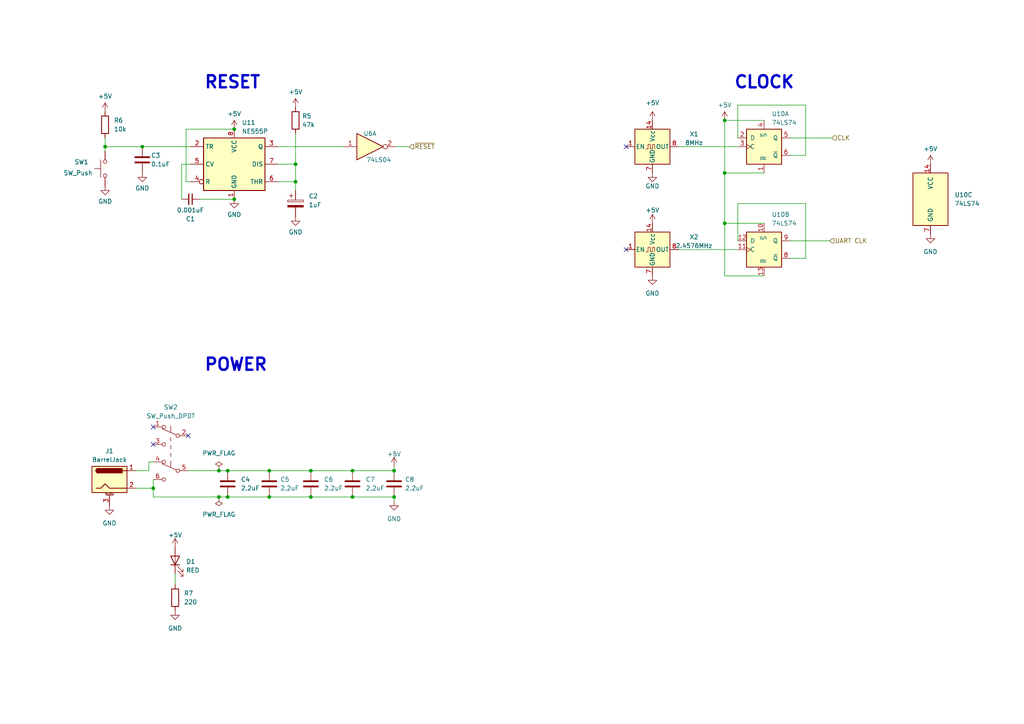
<source format=kicad_sch>
(kicad_sch (version 20230121) (generator eeschema)
  (paper "A4")
  (title_block (title "JML-8 Mini Schematic") (date "2023-10-02") (rev "A") (company "https://github.com/jac-oblong/JML") (comment 1 "Design of Z80 based microcomputer") (comment 3 "Released under MIT License") (comment 4 "Created by: Jacob Long (https://github.com/jac-oblong)"))
  (lib_symbols
    (symbol "74xx:74LS04"
      (property "Reference" "U" (at 0 1.27 0))
      (property "Value" "74LS04" (at 0 -1.27 0))
      (symbol "74LS04_1_0"
        (polyline (pts (xy -3.81 3.81) (xy -3.81 -3.81) (xy 3.81 0) (xy -3.81 3.81)) (stroke (width 0.254)) (fill (type background)))
        (pin input line (at -7.62 0 0) (length 3.81) (name "~") (number "1"))
        (pin output inverted (at 7.62 0 180) (length 3.81) (name "~") (number "2"))
      )
      (symbol "74LS04_2_0"
        (polyline (pts (xy -3.81 3.81) (xy -3.81 -3.81) (xy 3.81 0) (xy -3.81 3.81)) (stroke (width 0.254)) (fill (type background)))
        (pin input line (at -7.62 0 0) (length 3.81) (name "~") (number "3"))
        (pin output inverted (at 7.62 0 180) (length 3.81) (name "~") (number "4"))
      )
      (symbol "74LS04_3_0"
        (polyline (pts (xy -3.81 3.81) (xy -3.81 -3.81) (xy 3.81 0) (xy -3.81 3.81)) (stroke (width 0.254)) (fill (type background)))
        (pin input line (at -7.62 0 0) (length 3.81) (name "~") (number "5"))
        (pin output inverted (at 7.62 0 180) (length 3.81) (name "~") (number "6"))
      )
      (symbol "74LS04_4_0"
        (polyline (pts (xy -3.81 3.81) (xy -3.81 -3.81) (xy 3.81 0) (xy -3.81 3.81)) (stroke (width 0.254)) (fill (type background)))
        (pin output inverted (at 7.62 0 180) (length 3.81) (name "~") (number "8"))
        (pin input line (at -7.62 0 0) (length 3.81) (name "~") (number "9"))
      )
      (symbol "74LS04_5_0"
        (polyline (pts (xy -3.81 3.81) (xy -3.81 -3.81) (xy 3.81 0) (xy -3.81 3.81)) (stroke (width 0.254)) (fill (type background)))
        (pin output inverted (at 7.62 0 180) (length 3.81) (name "~") (number "10"))
        (pin input line (at -7.62 0 0) (length 3.81) (name "~") (number "11"))
      )
      (symbol "74LS04_6_0"
        (polyline (pts (xy -3.81 3.81) (xy -3.81 -3.81) (xy 3.81 0) (xy -3.81 3.81)) (stroke (width 0.254)) (fill (type background)))
        (pin output inverted (at 7.62 0 180) (length 3.81) (name "~") (number "12"))
        (pin input line (at -7.62 0 0) (length 3.81) (name "~") (number "13"))
      )
      (symbol "74LS04_7_0"
        (pin power_in line (at 0 12.7 270) (length 5.08) (name "VCC") (number "14"))
        (pin power_in line (at 0 -12.7 90) (length 5.08) (name "GND") (number "7"))
      )
      (symbol "74LS04_7_1"
        (rectangle (start -5.08 7.62) (end 5.08 -7.62) (stroke (width 0.254)) (fill (type background)))
      )
    )
    (symbol "74xx:74LS74" (pin_names (offset 1.016))
      (property "Reference" "U" (at -7.62 8.89 0))
      (property "Value" "74LS74" (at -7.62 -8.89 0))
      (symbol "74LS74_1_0"
        (pin input line (at 0 -7.62 90) (length 2.54) (name "~{R}") (number "1"))
        (pin input line (at -7.62 2.54 0) (length 2.54) (name "D") (number "2"))
        (pin input clock (at -7.62 0 0) (length 2.54) (name "C") (number "3"))
        (pin input line (at 0 7.62 270) (length 2.54) (name "~{S}") (number "4"))
        (pin output line (at 7.62 2.54 180) (length 2.54) (name "Q") (number "5"))
        (pin output line (at 7.62 -2.54 180) (length 2.54) (name "~{Q}") (number "6"))
      )
      (symbol "74LS74_1_1"
        (rectangle (start -5.08 5.08) (end 5.08 -5.08) (stroke (width 0.254)) (fill (type background)))
      )
      (symbol "74LS74_2_0"
        (pin input line (at 0 7.62 270) (length 2.54) (name "~{S}") (number "10"))
        (pin input clock (at -7.62 0 0) (length 2.54) (name "C") (number "11"))
        (pin input line (at -7.62 2.54 0) (length 2.54) (name "D") (number "12"))
        (pin input line (at 0 -7.62 90) (length 2.54) (name "~{R}") (number "13"))
        (pin output line (at 7.62 -2.54 180) (length 2.54) (name "~{Q}") (number "8"))
        (pin output line (at 7.62 2.54 180) (length 2.54) (name "Q") (number "9"))
      )
      (symbol "74LS74_2_1"
        (rectangle (start -5.08 5.08) (end 5.08 -5.08) (stroke (width 0.254)) (fill (type background)))
      )
      (symbol "74LS74_3_0"
        (pin power_in line (at 0 10.16 270) (length 2.54) (name "VCC") (number "14"))
        (pin power_in line (at 0 -10.16 90) (length 2.54) (name "GND") (number "7"))
      )
      (symbol "74LS74_3_1"
        (rectangle (start -5.08 7.62) (end 5.08 -7.62) (stroke (width 0.254)) (fill (type background)))
      )
    )
    (symbol "Device:C" (pin_numbers hide) (pin_names (offset 0.254))
      (property "Reference" "C" (at 0.635 2.54 0))
      (property "Value" "C" (at 0.635 -2.54 0))
      (symbol "C_0_1"
        (polyline (pts (xy -2.032 -0.762) (xy 2.032 -0.762)) (stroke (width 0.508)))
        (polyline (pts (xy -2.032 0.762) (xy 2.032 0.762)) (stroke (width 0.508)))
      )
      (symbol "C_1_1"
        (pin passive line (at 0 3.81 270) (length 2.794) (name "~") (number "1"))
        (pin passive line (at 0 -3.81 90) (length 2.794) (name "~") (number "2"))
      )
    )
    (symbol "Device:C_Polarized" (pin_numbers hide) (pin_names (offset 0.254))
      (property "Reference" "C" (at 0.635 2.54 0))
      (property "Value" "C_Polarized" (at 0.635 -2.54 0))
      (symbol "C_Polarized_0_1"
        (rectangle (start -2.286 0.508) (end 2.286 1.016))
        (polyline (pts (xy -1.778 2.286) (xy -0.762 2.286)))
        (polyline (pts (xy -1.27 2.794) (xy -1.27 1.778)))
        (rectangle (start 2.286 -0.508) (end -2.286 -1.016) (fill (type outline)))
      )
      (symbol "C_Polarized_1_1"
        (pin passive line (at 0 3.81 270) (length 2.794) (name "~") (number "1"))
        (pin passive line (at 0 -3.81 90) (length 2.794) (name "~") (number "2"))
      )
    )
    (symbol "Device:C_Small" (pin_numbers hide) (pin_names (offset 0.254) hide)
      (property "Reference" "C" (at 0.254 1.778 0))
      (property "Value" "C_Small" (at 0.254 -2.032 0))
      (symbol "C_Small_0_1"
        (polyline (pts (xy -1.524 -0.508) (xy 1.524 -0.508)) (stroke (width 0.3302)))
        (polyline (pts (xy -1.524 0.508) (xy 1.524 0.508)) (stroke (width 0.3048)))
      )
      (symbol "C_Small_1_1"
        (pin passive line (at 0 2.54 270) (length 2.032) (name "~") (number "1"))
        (pin passive line (at 0 -2.54 90) (length 2.032) (name "~") (number "2"))
      )
    )
    (symbol "Device:LED" (pin_numbers hide) (pin_names (offset 1.016) hide)
      (property "Reference" "D" (at 0 2.54 0))
      (property "Value" "LED" (at 0 -2.54 0))
      (symbol "LED_0_1"
        (polyline (pts (xy -1.27 -1.27) (xy -1.27 1.27)) (stroke (width 0.254)))
        (polyline (pts (xy -1.27 0) (xy 1.27 0)))
        (polyline (pts (xy 1.27 -1.27) (xy 1.27 1.27) (xy -1.27 0) (xy 1.27 -1.27)) (stroke (width 0.254)))
        (polyline (pts (xy -3.048 -0.762) (xy -4.572 -2.286) (xy -3.81 -2.286) (xy -4.572 -2.286) (xy -4.572 -1.524)))
        (polyline (pts (xy -1.778 -0.762) (xy -3.302 -2.286) (xy -2.54 -2.286) (xy -3.302 -2.286) (xy -3.302 -1.524)))
      )
      (symbol "LED_1_1"
        (pin passive line (at -3.81 0 0) (length 2.54) (name "K") (number "1"))
        (pin passive line (at 3.81 0 180) (length 2.54) (name "A") (number "2"))
      )
    )
    (symbol "Device:R" (pin_numbers hide) (pin_names (offset 0))
      (property "Reference" "R" (at 2.032 0 90))
      (property "Value" "R" (at 0 0 90))
      (symbol "R_0_1"
        (rectangle (start -1.016 -2.54) (end 1.016 2.54) (stroke (width 0.254)))
      )
      (symbol "R_1_1"
        (pin passive line (at 0 3.81 270) (length 1.27) (name "~") (number "1"))
        (pin passive line (at 0 -3.81 90) (length 1.27) (name "~") (number "2"))
      )
    )
    (symbol "Oscillator:CXO_DIP14" (pin_names (offset 0.254))
      (property "Reference" "X" (at -5.08 6.35 0))
      (property "Value" "CXO_DIP14" (at 1.27 -6.35 0))
      (symbol "CXO_DIP14_0_1"
        (rectangle (start -5.08 5.08) (end 5.08 -5.08) (stroke (width 0.254)) (fill (type background)))
        (polyline (pts (xy -1.905 -0.635) (xy -1.27 -0.635) (xy -1.27 0.635) (xy -0.635 0.635) (xy -0.635 -0.635) (xy 0 -0.635) (xy 0 0.635) (xy 0.635 0.635) (xy 0.635 -0.635)))
      )
      (symbol "CXO_DIP14_1_1"
        (pin input line (at -7.62 0 0) (length 2.54) (name "EN") (number "1"))
        (pin power_in line (at 0 7.62 270) (length 2.54) (name "Vcc") (number "14"))
        (pin power_in line (at 0 -7.62 90) (length 2.54) (name "GND") (number "7"))
        (pin output line (at 7.62 0 180) (length 2.54) (name "OUT") (number "8"))
      )
    )
    (symbol "Switch:SW_Push" (pin_numbers hide) (pin_names (offset 1.016) hide)
      (property "Reference" "SW" (at 1.27 2.54 0))
      (property "Value" "SW_Push" (at 0 -1.524 0))
      (symbol "SW_Push_0_1"
        (circle (center -2.032 0) (radius 0.508))
        (polyline (pts (xy 0 1.27) (xy 0 3.048)))
        (polyline (pts (xy 2.54 1.27) (xy -2.54 1.27)))
        (circle (center 2.032 0) (radius 0.508))
        (pin passive line (at -5.08 0 0) (length 2.54) (name "1") (number "1"))
        (pin passive line (at 5.08 0 180) (length 2.54) (name "2") (number "2"))
      )
    )
    (symbol "Switch:SW_Push_DPDT" (pin_names (offset 0) hide)
      (property "Reference" "SW" (at 0 8.89 0))
      (property "Value" "SW_Push_DPDT" (at 0 -10.16 0))
      (symbol "SW_Push_DPDT_0_0"
        (circle (center -2.032 -5.08) (radius 0.508))
        (circle (center -2.032 5.08) (radius 0.508))
        (circle (center 2.032 -7.62) (radius 0.508))
        (circle (center 2.032 2.54) (radius 0.508))
      )
      (symbol "SW_Push_DPDT_0_1"
        (polyline (pts (xy -1.524 -4.826) (xy 2.54 -3.048)))
        (polyline (pts (xy -1.524 5.334) (xy 2.54 7.112)))
        (polyline (pts (xy 0 -2.286) (xy 0 -4.064)))
        (polyline (pts (xy 0 -1.016) (xy 0 0)))
        (polyline (pts (xy 0 1.27) (xy 0 2.286)))
        (polyline (pts (xy 0 3.556) (xy 0 4.572)))
        (polyline (pts (xy 0 7.874) (xy 0 6.096)))
        (circle (center 2.032 -2.54) (radius 0.508))
        (circle (center 2.032 7.62) (radius 0.508))
      )
      (symbol "SW_Push_DPDT_1_1"
        (pin passive line (at 5.08 7.62 180) (length 2.54) (name "A") (number "1"))
        (pin passive line (at -5.08 5.08 0) (length 2.54) (name "B") (number "2"))
        (pin passive line (at 5.08 2.54 180) (length 2.54) (name "C") (number "3"))
        (pin passive line (at 5.08 -2.54 180) (length 2.54) (name "A") (number "4"))
        (pin passive line (at -5.08 -5.08 0) (length 2.54) (name "B") (number "5"))
        (pin passive line (at 5.08 -7.62 180) (length 2.54) (name "C") (number "6"))
      )
    )
    (symbol "Timer:NE555P"
      (property "Reference" "U" (at -10.16 8.89 0))
      (property "Value" "NE555P" (at 2.54 8.89 0))
      (symbol "NE555P_0_0"
        (pin power_in line (at 0 -10.16 90) (length 2.54) (name "GND") (number "1"))
        (pin power_in line (at 0 10.16 270) (length 2.54) (name "VCC") (number "8"))
      )
      (symbol "NE555P_0_1"
        (rectangle (start -8.89 -7.62) (end 8.89 7.62) (stroke (width 0.254)) (fill (type background)))
        (rectangle (start -8.89 -7.62) (end 8.89 7.62) (stroke (width 0.254)) (fill (type background)))
      )
      (symbol "NE555P_1_1"
        (pin input line (at -12.7 5.08 0) (length 3.81) (name "TR") (number "2"))
        (pin output line (at 12.7 5.08 180) (length 3.81) (name "Q") (number "3"))
        (pin input inverted (at -12.7 -5.08 0) (length 3.81) (name "R") (number "4"))
        (pin input line (at -12.7 0 0) (length 3.81) (name "CV") (number "5"))
        (pin input line (at 12.7 -5.08 180) (length 3.81) (name "THR") (number "6"))
        (pin input line (at 12.7 0 180) (length 3.81) (name "DIS") (number "7"))
      )
    )
    (symbol "jml-8-mini-library:Barrel_Jack_MountingPin" (pin_names hide)
      (property "Reference" "J" (at 0 5.334 0))
      (property "Value" "BarrelJack" (at 1.27 -6.35 0))
      (symbol "Barrel_Jack_MountingPin_0_1"
        (rectangle (start -5.08 3.81) (end 5.08 -3.81) (stroke (width 0.254)) (fill (type background)))
        (arc (start -3.302 3.175) (mid -3.9343 2.54) (end -3.302 1.905) (stroke (width 0.254)))
        (arc (start -3.302 3.175) (mid -3.9343 2.54) (end -3.302 1.905) (stroke (width 0.254)) (fill (type outline)))
        (polyline (pts (xy 5.08 2.54) (xy 3.81 2.54)) (stroke (width 0.254)))
        (polyline (pts (xy -3.81 -2.54) (xy -2.54 -2.54) (xy -1.27 -1.27) (xy 0 -2.54) (xy 2.54 -2.54) (xy 5.08 -2.54)) (stroke (width 0.254)))
        (rectangle (start 3.683 3.175) (end -3.302 1.905) (stroke (width 0.254)) (fill (type outline)))
      )
      (symbol "Barrel_Jack_MountingPin_1_1"
        (polyline (pts (xy -1.016 -4.572) (xy 1.016 -4.572)) (stroke (width 0.1524)))
        (text "Mounting" (at 0 -4.191 0) (effects (font (size 0.381 0.381))))
        (pin passive line (at 7.62 2.54 180) (length 2.54) (name "~") (number "1"))
        (pin passive line (at 7.62 -2.54 180) (length 2.54) (name "~") (number "2"))
        (pin passive line (at 0 -7.62 90) (length 3.048) (name "MountPin") (number "3"))
      )
    )
    (symbol "power:+5V" (power) (pin_names (offset 0))
      (property "Value" "+5V" (at 0 3.556 0))
      (symbol "+5V_0_1"
        (polyline (pts (xy -0.762 1.27) (xy 0 2.54)))
        (polyline (pts (xy 0 0) (xy 0 2.54)))
        (polyline (pts (xy 0 2.54) (xy 0.762 1.27)))
      )
      (symbol "+5V_1_1"
        (pin power_in line (at 0 0 90) (length 0) hide (name "+5V") (number "1"))
      )
    )
    (symbol "power:GND" (power) (pin_names (offset 0))
      (property "Value" "GND" (at 0 -3.81 0))
      (symbol "GND_0_1"
        (polyline (pts (xy 0 0) (xy 0 -1.27) (xy 1.27 -1.27) (xy 0 -2.54) (xy -1.27 -1.27) (xy 0 -1.27)))
      )
      (symbol "GND_1_1"
        (pin power_in line (at 0 0 270) (length 0) hide (name "GND") (number "1"))
      )
    )
    (symbol "power:PWR_FLAG" (power) (pin_numbers hide) (pin_names (offset 0) hide)
      (property "Value" "PWR_FLAG" (at 0 3.81 0))
      (symbol "PWR_FLAG_0_0"
        (pin power_out line (at 0 0 90) (length 0) (name "pwr") (number "1"))
      )
      (symbol "PWR_FLAG_0_1"
        (polyline (pts (xy 0 0) (xy 0 1.27) (xy -1.016 1.905) (xy 0 2.54) (xy 1.016 1.905) (xy 0 1.27)))
      )
    )
  )
  (junction (at 63.5 144.145))
  (junction (at 66.04 144.145))
  (junction (at 41.275 42.545))
  (junction (at 67.945 57.785))
  (junction (at 90.17 136.525))
  (junction (at 66.04 136.525))
  (junction (at 78.105 144.145))
  (junction (at 67.945 37.465))
  (junction (at 90.17 144.145))
  (junction (at 63.5 136.525))
  (junction (at 85.725 52.705))
  (junction (at 102.235 136.525))
  (junction (at 114.3 136.525))
  (junction (at 210.185 34.925))
  (junction (at 85.725 47.625))
  (junction (at 44.45 141.605))
  (junction (at 210.185 64.77))
  (junction (at 114.3 144.145))
  (junction (at 78.105 136.525))
  (junction (at 30.48 42.545))
  (junction (at 210.185 50.165))
  (junction (at 102.235 144.145))
  (no_connect (at 54.61 126.365))
  (no_connect (at 44.45 123.825))
  (no_connect (at 181.61 42.545))
  (no_connect (at 181.61 72.39))
  (no_connect (at 44.45 128.905))
  (wire (pts (xy 41.275 42.545) (xy 55.245 42.545)))
  (wire (pts (xy 233.68 45.085) (xy 229.235 45.085)))
  (wire (pts (xy 210.185 50.165) (xy 210.185 34.925)))
  (wire (pts (xy 55.245 47.625) (xy 52.705 47.625)))
  (wire (pts (xy 213.995 40.005) (xy 213.995 30.48)))
  (wire (pts (xy 85.725 38.735) (xy 85.725 47.625)))
  (wire (pts (xy 229.235 40.005) (xy 241.3 40.005)))
  (wire (pts (xy 114.935 42.545) (xy 118.745 42.545)))
  (wire (pts (xy 221.615 64.77) (xy 210.185 64.77)))
  (wire (pts (xy 233.68 74.93) (xy 229.235 74.93)))
  (wire (pts (xy 39.37 141.605) (xy 44.45 141.605)))
  (wire (pts (xy 213.995 69.85) (xy 213.995 59.055)))
  (wire (pts (xy 114.3 145.415) (xy 114.3 144.145)))
  (wire (pts (xy 196.85 72.39) (xy 213.995 72.39)))
  (wire (pts (xy 30.48 42.545) (xy 30.48 43.815)))
  (wire (pts (xy 102.235 136.525) (xy 114.3 136.525)))
  (wire (pts (xy 210.185 50.165) (xy 210.185 64.77)))
  (wire (pts (xy 44.45 144.145) (xy 44.45 141.605)))
  (wire (pts (xy 90.17 144.145) (xy 102.235 144.145)))
  (wire (pts (xy 221.615 80.01) (xy 210.185 80.01)))
  (wire (pts (xy 210.185 50.165) (xy 221.615 50.165)))
  (wire (pts (xy 80.645 47.625) (xy 85.725 47.625)))
  (wire (pts (xy 90.17 136.525) (xy 102.235 136.525)))
  (wire (pts (xy 114.3 136.525) (xy 114.3 135.255)))
  (wire (pts (xy 53.975 37.465) (xy 67.945 37.465)))
  (wire (pts (xy 52.705 47.625) (xy 52.705 57.785)))
  (wire (pts (xy 233.68 30.48) (xy 233.68 45.085)))
  (wire (pts (xy 80.645 52.705) (xy 85.725 52.705)))
  (wire (pts (xy 43.18 136.525) (xy 43.18 133.985)))
  (wire (pts (xy 53.975 52.705) (xy 53.975 37.465)))
  (wire (pts (xy 50.8 166.37) (xy 50.8 169.545)))
  (wire (pts (xy 213.995 30.48) (xy 233.68 30.48)))
  (wire (pts (xy 85.725 55.245) (xy 85.725 52.705)))
  (wire (pts (xy 102.235 144.145) (xy 114.3 144.145)))
  (wire (pts (xy 66.04 136.525) (xy 78.105 136.525)))
  (wire (pts (xy 80.645 42.545) (xy 99.695 42.545)))
  (wire (pts (xy 30.48 40.005) (xy 30.48 42.545)))
  (wire (pts (xy 85.725 47.625) (xy 85.725 52.705)))
  (wire (pts (xy 229.235 69.85) (xy 240.665 69.85)))
  (wire (pts (xy 54.61 136.525) (xy 63.5 136.525)))
  (wire (pts (xy 44.45 144.145) (xy 63.5 144.145)))
  (wire (pts (xy 63.5 136.525) (xy 66.04 136.525)))
  (wire (pts (xy 210.185 34.925) (xy 221.615 34.925)))
  (wire (pts (xy 213.995 59.055) (xy 233.68 59.055)))
  (wire (pts (xy 78.105 144.145) (xy 90.17 144.145)))
  (wire (pts (xy 63.5 144.145) (xy 66.04 144.145)))
  (wire (pts (xy 39.37 136.525) (xy 43.18 136.525)))
  (wire (pts (xy 55.245 52.705) (xy 53.975 52.705)))
  (wire (pts (xy 44.45 139.065) (xy 44.45 141.605)))
  (wire (pts (xy 210.185 64.77) (xy 210.185 80.01)))
  (wire (pts (xy 66.04 144.145) (xy 78.105 144.145)))
  (wire (pts (xy 78.105 136.525) (xy 90.17 136.525)))
  (wire (pts (xy 233.68 59.055) (xy 233.68 74.93)))
  (wire (pts (xy 196.85 42.545) (xy 213.995 42.545)))
  (wire (pts (xy 30.48 42.545) (xy 41.275 42.545)))
  (wire (pts (xy 57.785 57.785) (xy 67.945 57.785)))
  (wire (pts (xy 43.18 133.985) (xy 44.45 133.985)))
  (text "RESET" (at 59.055 26.035 0) (effects (font (size 3.5 3.5) bold) (justify left bottom)))
  (text "CLOCK" (at 212.725 26.035 0) (effects (font (size 3.5 3.5) (thickness 0.7) bold) (justify left bottom)))
  (text "POWER" (at 59.055 107.95 0) (effects (font (size 3.5 3.5) bold) (justify left bottom)))
  (hierarchical_label "UART CLK" (shape input) (at 240.665 69.85 0))
  (hierarchical_label "CLK" (shape input) (at 241.3 40.005 0))
  (hierarchical_label "~{RESET}" (shape input) (at 118.745 42.545 0))
  (symbol (lib_id "74xx:74LS74") (at 221.615 72.39 0) (unit 2)
    (property "Reference" "U10" (at 223.8091 62.23 0) (effects (justify left)))
    (property "Value" "74LS74" (at 223.8091 64.77 0) (effects (justify left)))
    (property "Footprint" "Package_DIP:DIP-14_W7.62mm_LongPads" (effects hide))
    (property "Datasheet" "74xx/74hc_hct74.pdf" (effects hide))
  )
  (symbol (lib_id "Oscillator:CXO_DIP14") (at 189.23 72.39 0) (unit 1)
    (property "Reference" "X2" (at 201.295 68.7421 0))
    (property "Value" "2.4576MHz" (at 201.295 71.2821 0))
    (property "Footprint" "Oscillator:Oscillator_DIP-14" (effects hide))
    (property "Datasheet" "http://cdn-reichelt.de/documents/datenblatt/B400/OSZI.pdf" (effects hide))
  )
  (symbol (lib_id "74xx:74LS74") (at 269.875 57.785 0) (unit 3)
    (property "Reference" "U10" (at 276.86 56.515 0) (effects (justify left)))
    (property "Value" "74LS74" (at 276.86 59.055 0) (effects (justify left)))
    (property "Footprint" "Package_DIP:DIP-14_W7.62mm_LongPads" (effects hide))
    (property "Datasheet" "74xx/74hc_hct74.pdf" (effects hide))
  )
  (symbol (lib_id "Switch:SW_Push") (at 30.48 48.895 90) (unit 1)
    (property "Reference" "SW1" (at 21.59 46.99 90) (effects (justify right)))
    (property "Value" "SW_Push" (at 18.415 50.165 90) (effects (justify right)))
    (property "Footprint" "Button_Switch_THT:SW_Tactile_Straight_KSA0Axx1LFTR" (effects hide))
  )
  (symbol (lib_id "power:GND") (at 85.725 62.865 0) (unit 1)
    (property "Reference" "#PWR033" (effects hide))
    (property "Value" "GND" (at 85.725 67.31 0))
  )
  (symbol (lib_id "Device:R") (at 50.8 173.355 0) (unit 1)
    (property "Reference" "R7" (at 53.34 172.085 0) (effects (justify left)))
    (property "Value" "220" (at 53.34 174.625 0) (effects (justify left)))
    (property "Footprint" "Resistor_THT:R_Axial_DIN0207_L6.3mm_D2.5mm_P10.16mm_Horizontal" (effects hide))
  )
  (symbol (lib_id "Device:C") (at 102.235 140.335 0) (unit 1)
    (property "Reference" "C7" (at 106.045 139.065 0) (effects (justify left)))
    (property "Value" "2.2uF" (at 106.045 141.605 0) (effects (justify left)))
    (property "Footprint" "Capacitor_THT:C_Disc_D5.0mm_W2.5mm_P5.00mm" (effects hide))
  )
  (symbol (lib_id "power:GND") (at 114.3 145.415 0) (unit 1)
    (property "Reference" "#PWR02" (effects hide))
    (property "Value" "GND" (at 114.3 150.495 0))
    (instances (project "jml-8-mini" (path "" (reference "#PWR02") (unit 1)) (path "" (reference "#PWR04") (unit 1))))
  )
  (symbol (lib_id "power:+5V") (at 50.8 158.75 0) (unit 1)
    (property "Reference" "#PWR04" (effects hide))
    (property "Value" "+5V" (at 50.8 155.194 0))
    (instances (project "jml-8-mini" (path "" (reference "#PWR04") (unit 1)) (path "" (reference "#PWR037") (unit 1))))
  )
  (symbol (lib_id "power:+5V") (at 85.725 31.115 0) (unit 1)
    (property "Reference" "#PWR032" (effects hide))
    (property "Value" "+5V" (at 85.725 26.67 0))
  )
  (symbol (lib_id "jml-8-mini-library:Barrel_Jack_MountingPin") (at 31.75 139.065 0) (unit 1)
    (property "Reference" "J1" (at 31.75 130.81 0))
    (property "Value" "BarrelJack" (at 31.75 133.35 0))
    (property "Footprint" "Connector_BarrelJack:BarrelJack_Horizontal" (effects hide))
  )
  (symbol (lib_id "power:GND") (at 41.275 50.165 0) (unit 1)
    (property "Reference" "#PWR034" (effects hide))
    (property "Value" "GND" (at 41.275 54.61 0))
  )
  (symbol (lib_id "power:+5V") (at 189.23 64.77 0) (unit 1)
    (property "Reference" "#PWR023" (effects hide))
    (property "Value" "+5V" (at 189.23 60.96 0))
  )
  (symbol (lib_id "Device:C") (at 78.105 140.335 0) (unit 1)
    (property "Reference" "C5" (at 81.28 139.065 0) (effects (justify left)))
    (property "Value" "2.2uF" (at 81.28 141.605 0) (effects (justify left)))
    (property "Footprint" "Capacitor_THT:C_Disc_D5.0mm_W2.5mm_P5.00mm" (effects hide))
  )
  (symbol (lib_id "Device:R") (at 85.725 34.925 0) (unit 1)
    (property "Reference" "R5" (at 87.63 33.655 0) (effects (justify left)))
    (property "Value" "47k" (at 87.63 36.195 0) (effects (justify left)))
    (property "Footprint" "Resistor_THT:R_Axial_DIN0207_L6.3mm_D2.5mm_P10.16mm_Horizontal" (effects hide))
  )
  (symbol (lib_id "power:GND") (at 189.23 80.01 0) (unit 1)
    (property "Reference" "#PWR026" (effects hide))
    (property "Value" "GND" (at 189.23 85.09 0))
  )
  (symbol (lib_id "Device:C") (at 66.04 140.335 0) (unit 1)
    (property "Reference" "C4" (at 69.85 139.065 0) (effects (justify left)))
    (property "Value" "2.2uF" (at 69.85 141.605 0) (effects (justify left)))
    (property "Footprint" "Capacitor_THT:C_Disc_D5.0mm_W2.5mm_P5.00mm" (effects hide))
  )
  (symbol (lib_id "power:GND") (at 31.75 146.685 0) (unit 1)
    (property "Reference" "#PWR02" (effects hide))
    (property "Value" "GND" (at 31.75 151.765 0))
    (instances (project "jml-8-mini" (path "" (reference "#PWR02") (unit 1)) (path "" (reference "#PWR051") (unit 1))))
  )
  (symbol (lib_id "power:+5V") (at 210.185 34.925 0) (unit 1)
    (property "Reference" "#PWR027" (effects hide))
    (property "Value" "+5V" (at 210.185 30.48 0))
  )
  (symbol (lib_id "Device:LED") (at 50.8 162.56 90) (unit 1)
    (property "Reference" "D1" (at 53.975 162.8775 90) (effects (justify right)))
    (property "Value" "RED" (at 53.975 165.4175 90) (effects (justify right)))
    (property "Footprint" "LED_THT:LED_D5.0mm" (effects hide))
  )
  (symbol (lib_id "power:GND") (at 67.945 57.785 0) (unit 1)
    (property "Reference" "#PWR031" (effects hide))
    (property "Value" "GND" (at 67.945 62.23 0))
  )
  (symbol (lib_id "power:+5V") (at 269.875 47.625 0) (unit 1)
    (property "Reference" "#PWR028" (effects hide))
    (property "Value" "+5V" (at 269.875 43.18 0))
  )
  (symbol (lib_id "power:GND") (at 189.23 50.165 0) (unit 1)
    (property "Reference" "#PWR025" (effects hide))
    (property "Value" "GND" (at 189.23 53.975 0))
  )
  (symbol (lib_id "power:GND") (at 30.48 53.975 0) (unit 1)
    (property "Reference" "#PWR035" (effects hide))
    (property "Value" "GND" (at 30.48 58.42 0))
  )
  (symbol (lib_id "74xx:74LS74") (at 221.615 42.545 0) (unit 1)
    (property "Reference" "U10" (at 223.8091 33.02 0) (effects (justify left)))
    (property "Value" "74LS74" (at 223.8091 35.56 0) (effects (justify left)))
    (property "Footprint" "Package_DIP:DIP-14_W7.62mm_LongPads" (effects hide))
    (property "Datasheet" "74xx/74hc_hct74.pdf" (effects hide))
  )
  (symbol (lib_id "power:GND") (at 269.875 67.945 0) (unit 1)
    (property "Reference" "#PWR029" (effects hide))
    (property "Value" "GND" (at 269.875 73.025 0))
  )
  (symbol (lib_id "power:GND") (at 50.8 177.165 0) (unit 1)
    (property "Reference" "#PWR02" (effects hide))
    (property "Value" "GND" (at 50.8 182.245 0))
    (instances (project "jml-8-mini" (path "" (reference "#PWR02") (unit 1)) (path "" (reference "#PWR038") (unit 1))))
  )
  (symbol (lib_id "Device:C_Polarized") (at 85.725 59.055 0) (unit 1)
    (property "Reference" "C2" (at 89.535 56.896 0) (effects (justify left)))
    (property "Value" "1uF" (at 89.535 59.436 0) (effects (justify left)))
    (property "Footprint" "Capacitor_THT:C_Disc_D5.0mm_W2.5mm_P5.00mm" (effects hide))
  )
  (symbol (lib_id "Switch:SW_Push_DPDT") (at 49.53 131.445 0) (mirror y) (unit 1)
    (property "Reference" "SW2" (at 49.53 118.11 0))
    (property "Value" "SW_Push_DPDT" (at 49.53 120.65 0))
    (property "Footprint" "Button_Switch_THT:SW_Push_2P2T_Toggle_CK_PVA2xxH1xxxxxxV2" (effects hide))
  )
  (symbol (lib_id "power:+5V") (at 114.3 135.255 0) (unit 1)
    (property "Reference" "#PWR04" (effects hide))
    (property "Value" "+5V" (at 114.3 131.699 0))
    (instances (project "jml-8-mini" (path "" (reference "#PWR04") (unit 1)) (path "" (reference "#PWR02") (unit 1))))
  )
  (symbol (lib_id "power:+5V") (at 30.48 32.385 0) (unit 1)
    (property "Reference" "#PWR036" (effects hide))
    (property "Value" "+5V" (at 30.48 27.94 0))
  )
  (symbol (lib_id "Device:C") (at 114.3 140.335 0) (unit 1)
    (property "Reference" "C8" (at 117.475 139.065 0) (effects (justify left)))
    (property "Value" "2.2uF" (at 117.475 141.605 0) (effects (justify left)))
    (property "Footprint" "Capacitor_THT:C_Disc_D5.0mm_W2.5mm_P5.00mm" (effects hide))
  )
  (symbol (lib_id "Device:R") (at 30.48 36.195 0) (unit 1)
    (property "Reference" "R6" (at 33.02 34.925 0) (effects (justify left)))
    (property "Value" "10k" (at 33.02 37.465 0) (effects (justify left)))
    (property "Footprint" "Resistor_THT:R_Axial_DIN0207_L6.3mm_D2.5mm_P10.16mm_Horizontal" (effects hide))
  )
  (symbol (lib_id "Device:C") (at 90.17 140.335 0) (unit 1)
    (property "Reference" "C6" (at 93.98 139.065 0) (effects (justify left)))
    (property "Value" "2.2uF" (at 93.98 141.605 0) (effects (justify left)))
    (property "Footprint" "Capacitor_THT:C_Disc_D5.0mm_W2.5mm_P5.00mm" (effects hide))
  )
  (symbol (lib_id "power:PWR_FLAG") (at 63.5 144.145 0) (mirror x) (unit 1)
    (property "Reference" "#FLG02" (effects hide))
    (property "Value" "PWR_FLAG" (at 63.5 149.225 0))
  )
  (symbol (lib_id "74xx:74LS04") (at 107.315 42.545 0) (unit 1)
    (property "Reference" "U6" (at 107.315 38.735 0))
    (property "Value" "74LS04" (at 109.855 46.355 0))
    (property "Footprint" "Package_DIP:DIP-14_W7.62mm_LongPads" (effects hide))
    (property "Datasheet" "http://www.ti.com/lit/gpn/sn74LS04" (effects hide))
    (instances (project "jml-8-mini" (path "" (reference "U6") (unit 1)) (path "" (reference "U6") (unit 1)) (path "" (reference "U6") (unit 2))))
  )
  (symbol (lib_id "Device:C") (at 41.275 46.355 0) (unit 1)
    (property "Reference" "C3" (at 43.815 45.085 0) (effects (justify left)))
    (property "Value" "0.1uF" (at 43.815 47.625 0) (effects (justify left)))
    (property "Footprint" "Capacitor_THT:CP_Radial_D5.0mm_P2.50mm" (effects hide))
  )
  (symbol (lib_id "power:+5V") (at 67.945 37.465 0) (unit 1)
    (property "Reference" "#PWR030" (effects hide))
    (property "Value" "+5V" (at 67.945 33.02 0))
  )
  (symbol (lib_id "Timer:NE555P") (at 67.945 47.625 0) (unit 1)
    (property "Reference" "U11" (at 70.1391 35.56 0) (effects (justify left)))
    (property "Value" "NE555P" (at 70.1391 38.1 0) (effects (justify left)))
    (property "Footprint" "Package_DIP:DIP-8_W7.62mm" (effects hide))
    (property "Datasheet" "http://www.ti.com/lit/ds/symlink/ne555.pdf" (effects hide))
  )
  (symbol (lib_id "power:PWR_FLAG") (at 63.5 136.525 0) (unit 1)
    (property "Reference" "#FLG01" (effects hide))
    (property "Value" "PWR_FLAG" (at 63.5 131.445 0))
  )
  (symbol (lib_id "power:+5V") (at 189.23 34.925 0) (unit 1)
    (property "Reference" "#PWR024" (effects hide))
    (property "Value" "+5V" (at 189.23 29.845 0))
  )
  (symbol (lib_id "Oscillator:CXO_DIP14") (at 189.23 42.545 0) (unit 1)
    (property "Reference" "X1" (at 201.295 38.8971 0))
    (property "Value" "8MHz" (at 201.295 41.4371 0))
    (property "Footprint" "Oscillator:Oscillator_DIP-14" (effects hide))
    (property "Datasheet" "http://cdn-reichelt.de/documents/datenblatt/B400/OSZI.pdf" (effects hide))
  )
  (symbol (lib_id "Device:C_Small") (at 55.245 57.785 270) (unit 1)
    (property "Reference" "C1" (at 55.245 63.5 90))
    (property "Value" "0.001uF" (at 55.245 60.96 90))
    (property "Footprint" "Capacitor_THT:C_Disc_D5.0mm_W2.5mm_P5.00mm" (effects hide))
  )
)
</source>
